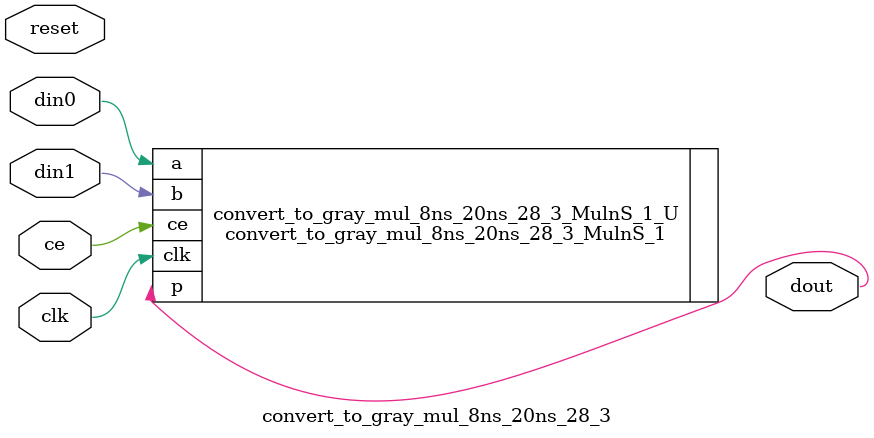
<source format=v>

`timescale 1 ns / 1 ps
module convert_to_gray_mul_8ns_20ns_28_3(
    clk,
    reset,
    ce,
    din0,
    din1,
    dout);

parameter ID = 32'd1;
parameter NUM_STAGE = 32'd1;
parameter din0_WIDTH = 32'd1;
parameter din1_WIDTH = 32'd1;
parameter dout_WIDTH = 32'd1;
input clk;
input reset;
input ce;
input[din0_WIDTH - 1:0] din0;
input[din1_WIDTH - 1:0] din1;
output[dout_WIDTH - 1:0] dout;




convert_to_gray_mul_8ns_20ns_28_3_MulnS_1 convert_to_gray_mul_8ns_20ns_28_3_MulnS_1_U(
    .clk( clk ),
    .ce( ce ),
    .a( din0 ),
    .b( din1 ),
    .p( dout ));

endmodule

</source>
